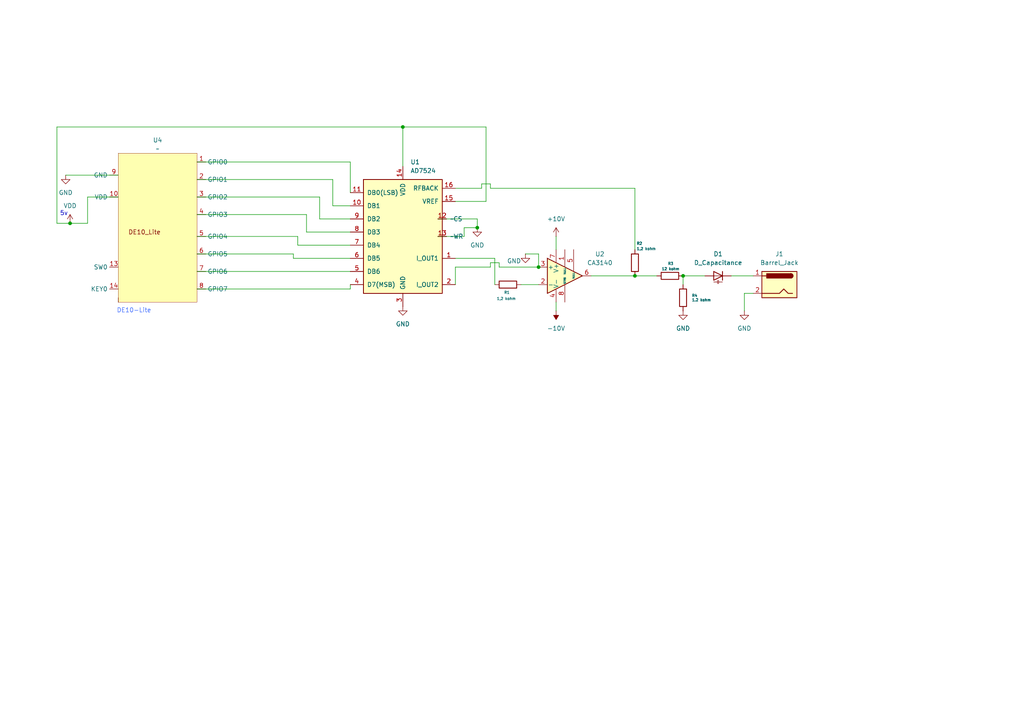
<source format=kicad_sch>
(kicad_sch (version 20231120) (generator "eeschema") (generator_version "8.0")
  (paper "A4")
  (title_block (title "Project Drummer") (date "2024-12-19") (rev "1") (company "LiU"))
  (lib_symbols
    (symbol "Amplifier_Operational:CA3140" (pin_names (offset 0.127))
      (property "Reference" "U" (at 6.35 5.08 0))
      (property "Value" "CA3140" (at 6.35 2.54 0))
      (symbol "CA3140_0_1"
        (polyline (pts (xy -5.08 5.08) (xy 5.08 0) (xy -5.08 -5.08) (xy -5.08 5.08)) (stroke (width 0.254)) (fill (type background)))
      )
      (symbol "CA3140_1_1"
        (pin passive line (at 0 7.62 270) (length 5.08) (name "NULL") (number "1"))
        (pin input line (at -7.62 -2.54 0) (length 2.54) (name "-") (number "2"))
        (pin input line (at -7.62 2.54 0) (length 2.54) (name "+") (number "3"))
        (pin power_in line (at -2.54 -7.62 90) (length 3.81) (name "V-") (number "4"))
        (pin passive line (at 2.54 7.62 270) (length 6.35) (name "NULL") (number "5"))
        (pin output line (at 7.62 0 180) (length 2.54) (name "~") (number "6"))
        (pin power_in line (at -2.54 7.62 270) (length 3.81) (name "V+") (number "7"))
        (pin passive line (at 0 -7.62 90) (length 5.08) (name "STRB") (number "8"))
      )
    )
    (symbol "Analog_DAC:AD7524" (pin_names (offset 1.016))
      (property "Reference" "U" (at -11.43 17.78 0))
      (property "Value" "AD7524" (at 3.81 17.78 0))
      (symbol "AD7524_0_1"
        (rectangle (start -11.43 16.51) (end 11.43 -16.51) (stroke (width 0.254)) (fill (type background)))
      )
      (symbol "AD7524_1_0"
        (pin input line (at 10.16 5.08 0) (length 2.54) (name "~CS") (number "12"))
        (pin input line (at 10.16 0 0) (length 2.54) (name "~WR") (number "13"))
      )
      (symbol "AD7524_1_1"
        (pin passive line (at 15.24 -6.35 180) (length 3.81) (name "I_OUT1") (number "1"))
        (pin input line (at -15.24 8.89 0) (length 3.81) (name "DB1") (number "10"))
        (pin input line (at -15.24 12.7 0) (length 3.81) (name "DB0(LSB)") (number "11"))
        (pin power_in line (at 0 20.32 270) (length 3.81) (name "VDD") (number "14"))
        (pin passive line (at 15.24 10.16 180) (length 3.81) (name "VREF") (number "15"))
        (pin passive line (at 15.24 13.97 180) (length 3.81) (name "RFBACK") (number "16"))
        (pin passive line (at 15.24 -13.97 180) (length 3.81) (name "I_OUT2") (number "2"))
        (pin power_in line (at 0 -20.32 90) (length 3.81) (name "GND") (number "3"))
        (pin input line (at -15.24 -13.97 0) (length 3.81) (name "D7(MSB)") (number "4"))
        (pin input line (at -15.24 -10.16 0) (length 3.81) (name "DB6") (number "5"))
        (pin input line (at -15.24 -6.35 0) (length 3.81) (name "DB5") (number "6"))
        (pin input line (at -15.24 -2.54 0) (length 3.81) (name "DB4") (number "7"))
        (pin input line (at -15.24 1.27 0) (length 3.81) (name "DB3") (number "8"))
        (pin input line (at -15.24 5.08 0) (length 3.81) (name "DB2") (number "9"))
      )
    )
    (symbol "Connector:Barrel_Jack" (pin_names (offset 1.016))
      (property "Reference" "J" (at 0 5.334 0))
      (property "Value" "Barrel_Jack" (at 0 -5.08 0))
      (symbol "Barrel_Jack_0_1"
        (rectangle (start -5.08 3.81) (end 5.08 -3.81) (stroke (width 0.254)) (fill (type background)))
        (arc (start -3.302 3.175) (mid -3.9343 2.54) (end -3.302 1.905) (stroke (width 0.254)))
        (arc (start -3.302 3.175) (mid -3.9343 2.54) (end -3.302 1.905) (stroke (width 0.254)) (fill (type outline)))
        (polyline (pts (xy 5.08 2.54) (xy 3.81 2.54)) (stroke (width 0.254)))
        (polyline (pts (xy -3.81 -2.54) (xy -2.54 -2.54) (xy -1.27 -1.27) (xy 0 -2.54) (xy 2.54 -2.54) (xy 5.08 -2.54)) (stroke (width 0.254)))
        (rectangle (start 3.683 3.175) (end -3.302 1.905) (stroke (width 0.254)) (fill (type outline)))
      )
      (symbol "Barrel_Jack_1_1"
        (pin passive line (at 7.62 2.54 180) (length 2.54) (name "~") (number "1"))
        (pin passive line (at 7.62 -2.54 180) (length 2.54) (name "~") (number "2"))
      )
    )
    (symbol "DE10-Lite_1"
      (property "Reference" "U" (at -36.322 16.51 0))
      (symbol "DE10-Lite_1_0_0"
        (pin output line (at -13.97 12.7 0) (length 2.54) (name "GPIO0") (number "1"))
        (pin output line (at -13.97 7.62 0) (length 2.54) (name "GPIO1") (number "2"))
        (pin output line (at -13.97 2.54 0) (length 2.54) (name "GPIO2") (number "3"))
        (pin output line (at -13.97 -2.54 0) (length 2.54) (name "GPIO3") (number "4"))
        (pin output line (at -13.97 -8.89 0) (length 2.54) (name "GPIO4") (number "5"))
        (pin output line (at -13.97 -13.97 0) (length 2.54) (name "GPIO5") (number "6"))
        (pin output line (at -13.97 -19.05 0) (length 2.54) (name "GPIO6") (number "7"))
        (pin output line (at -13.97 -24.13 0) (length 2.54) (name "GPIO7") (number "8"))
      )
      (symbol "DE10-Lite_1_1_0"
        (pin power_in line (at -36.83 2.54 180) (length 2.54) (name "VDD") (number "10"))
        (pin input line (at -36.83 -17.78 180) (length 2.54) (name "SW0") (number "13"))
        (pin input line (at -36.83 -24.13 180) (length 2.54) (name "KEY0") (number "14"))
        (pin power_in line (at -36.83 8.89 180) (length 2.54) (name "GND") (number "9"))
      )
      (symbol "DE10-Lite_1_1_1"
        (rectangle (start -36.83 -27.94) (end -36.83 -27.94) (stroke (width 0.0254) (color 0 0 0 1)) (fill (type color) (color 255 253 155 1)))
        (rectangle (start -36.83 -27.94) (end -36.83 -26.67))
        (rectangle (start -36.83 15.24) (end -13.97 -27.94) (stroke (width 0.0254)) (fill (type color) (color 254 255 177 1)))
        (text "DE10-Lite" (at -32.258 -30.226 0) (effects (font (size 1.27 1.27))))
        (text "DE10_Lite" (at -29.21 -7.62 0) (effects (font (size 1.27 1.27))))
      )
    )
    (symbol "Device:D_Capacitance" (pin_numbers hide) (pin_names (offset 1.016) hide)
      (property "Reference" "D" (at 0 2.54 0))
      (property "Value" "D_Capacitance" (at 0 -3.302 0))
      (symbol "D_Capacitance_0_1"
        (polyline (pts (xy -1.27 -1.778) (xy -0.1524 -1.778)))
        (polyline (pts (xy -1.27 0) (xy 1.27 0)))
        (polyline (pts (xy -1.27 1.27) (xy -1.27 -1.27)) (stroke (width 0.254)))
        (polyline (pts (xy -0.1524 -1.27) (xy -0.1524 -2.286)))
        (polyline (pts (xy 0.1524 -1.778) (xy 1.27 -1.778)))
        (polyline (pts (xy 0.1524 -1.27) (xy 0.1524 -2.286)))
        (polyline (pts (xy 1.27 1.27) (xy 1.27 -1.27) (xy -1.27 0) (xy 1.27 1.27)) (stroke (width 0.254)))
      )
      (symbol "D_Capacitance_1_1"
        (pin passive line (at -3.81 0 0) (length 2.54) (name "K") (number "1"))
        (pin passive line (at 3.81 0 180) (length 2.54) (name "A") (number "2"))
      )
    )
    (symbol "Device:R" (pin_numbers hide) (pin_names (offset 0))
      (property "Reference" "R" (at 2.032 0 90))
      (property "Value" "R" (at 0 0 90))
      (symbol "R_0_1"
        (rectangle (start -1.016 -2.54) (end 1.016 2.54) (stroke (width 0.254)))
      )
      (symbol "R_1_1"
        (pin passive line (at 0 3.81 270) (length 1.27) (name "~") (number "1"))
        (pin passive line (at 0 -3.81 90) (length 1.27) (name "~") (number "2"))
      )
    )
    (symbol "power:+10V" (power) (pin_numbers hide) (pin_names (offset 0) hide)
      (property "Value" "+10V" (at 0 3.556 0))
      (symbol "+10V_0_1"
        (polyline (pts (xy -0.762 1.27) (xy 0 2.54)))
        (polyline (pts (xy 0 0) (xy 0 2.54)))
        (polyline (pts (xy 0 2.54) (xy 0.762 1.27)))
      )
      (symbol "+10V_1_1"
        (pin power_in line (at 0 0 90) (length 0) (name "~") (number "1"))
      )
    )
    (symbol "power:-10V" (power) (pin_numbers hide) (pin_names (offset 0) hide)
      (property "Value" "-10V" (at 0 3.556 0))
      (symbol "-10V_0_0"
        (pin power_in line (at 0 0 90) (length 0) (name "~") (number "1"))
      )
      (symbol "-10V_0_1"
        (polyline (pts (xy 0 0) (xy 0 1.27) (xy 0.762 1.27) (xy 0 2.54) (xy -0.762 1.27) (xy 0 1.27)) (fill (type outline)))
      )
    )
    (symbol "power:GND" (power) (pin_numbers hide) (pin_names (offset 0) hide)
      (property "Value" "GND" (at 0 -3.81 0))
      (symbol "GND_0_1"
        (polyline (pts (xy 0 0) (xy 0 -1.27) (xy 1.27 -1.27) (xy 0 -2.54) (xy -1.27 -1.27) (xy 0 -1.27)))
      )
      (symbol "GND_1_1"
        (pin power_in line (at 0 0 270) (length 0) (name "~") (number "1"))
      )
    )
    (symbol "power:VDD" (power) (pin_numbers hide) (pin_names (offset 0) hide)
      (property "Value" "VDD" (at 0 3.556 0))
      (symbol "VDD_0_1"
        (polyline (pts (xy -0.762 1.27) (xy 0 2.54)))
        (polyline (pts (xy 0 0) (xy 0 2.54)))
        (polyline (pts (xy 0 2.54) (xy 0.762 1.27)))
      )
      (symbol "VDD_1_1"
        (pin power_in line (at 0 0 90) (length 0) (name "~") (number "1"))
      )
    )
  )
  (junction (at 156.21 77.47))
  (junction (at 138.43 66.04))
  (junction (at 198.12 80.01))
  (junction (at 116.84 36.83))
  (junction (at 184.15 80.01))
  (junction (at 20.32 64.77))
  (wire (pts (xy 151.13 82.55) (xy 156.21 82.55)))
  (wire (pts (xy 143.51 74.93) (xy 143.51 82.55)))
  (wire (pts (xy 96.52 52.07) (xy 96.52 59.69)))
  (wire (pts (xy 101.6 83.82) (xy 101.6 82.55)))
  (wire (pts (xy 88.9 62.23) (xy 88.9 67.31)))
  (wire (pts (xy 144.78 76.2) (xy 144.78 77.47)))
  (wire (pts (xy 57.15 78.74) (xy 101.6 78.74)))
  (wire (pts (xy 86.36 71.12) (xy 101.6 71.12)))
  (wire (pts (xy 88.9 67.31) (xy 101.6 67.31)))
  (wire (pts (xy 127 63.5) (xy 138.43 63.5)))
  (wire (pts (xy 140.97 58.42) (xy 140.97 36.83)))
  (wire (pts (xy 57.15 46.99) (xy 101.6 46.99)))
  (wire (pts (xy 96.52 59.69) (xy 101.6 59.69)))
  (wire (pts (xy 139.7 54.61) (xy 139.7 53.34)))
  (wire (pts (xy 57.15 62.23) (xy 88.9 62.23)))
  (wire (pts (xy 198.12 80.01) (xy 204.47 80.01)))
  (wire (pts (xy 161.29 68.58) (xy 161.29 72.39)))
  (wire (pts (xy 142.24 53.34) (xy 142.24 54.61)))
  (wire (pts (xy 139.7 53.34) (xy 142.24 53.34)))
  (wire (pts (xy 156.21 77.47) (xy 156.21 73.66)))
  (wire (pts (xy 57.15 57.15) (xy 92.71 57.15)))
  (wire (pts (xy 101.6 46.99) (xy 101.6 55.88)))
  (wire (pts (xy 25.4 57.15) (xy 25.4 64.77)))
  (wire (pts (xy 134.62 66.04) (xy 138.43 66.04)))
  (wire (pts (xy 212.09 80.01) (xy 218.44 80.01)))
  (wire (pts (xy 184.15 54.61) (xy 184.15 72.39)))
  (wire (pts (xy 116.84 36.83) (xy 116.84 48.26)))
  (wire (pts (xy 86.36 68.58) (xy 86.36 71.12)))
  (wire (pts (xy 85.09 74.93) (xy 101.6 74.93)))
  (wire (pts (xy 57.15 73.66) (xy 85.09 73.66)))
  (wire (pts (xy 184.15 80.01) (xy 190.5 80.01)))
  (wire (pts (xy 132.08 58.42) (xy 140.97 58.42)))
  (wire (pts (xy 25.4 64.77) (xy 20.32 64.77)))
  (wire (pts (xy 144.78 77.47) (xy 156.21 77.47)))
  (wire (pts (xy 132.08 82.55) (xy 132.08 77.47)))
  (wire (pts (xy 134.62 68.58) (xy 134.62 66.04)))
  (wire (pts (xy 92.71 57.15) (xy 92.71 63.5)))
  (wire (pts (xy 138.43 63.5) (xy 138.43 66.04)))
  (wire (pts (xy 92.71 63.5) (xy 101.6 63.5)))
  (wire (pts (xy 116.84 36.83) (xy 16.51 36.83)))
  (wire (pts (xy 16.51 36.83) (xy 16.51 64.77)))
  (wire (pts (xy 198.12 80.01) (xy 198.12 82.55)))
  (wire (pts (xy 142.24 76.2) (xy 144.78 76.2)))
  (wire (pts (xy 218.44 85.09) (xy 215.9 85.09)))
  (wire (pts (xy 16.51 64.77) (xy 20.32 64.77)))
  (wire (pts (xy 215.9 85.09) (xy 215.9 90.17)))
  (wire (pts (xy 142.24 77.47) (xy 142.24 76.2)))
  (wire (pts (xy 34.29 57.15) (xy 25.4 57.15)))
  (wire (pts (xy 132.08 54.61) (xy 139.7 54.61)))
  (wire (pts (xy 161.29 87.63) (xy 161.29 90.17)))
  (wire (pts (xy 171.45 80.01) (xy 184.15 80.01)))
  (wire (pts (xy 57.15 68.58) (xy 86.36 68.58)))
  (wire (pts (xy 127 68.58) (xy 134.62 68.58)))
  (wire (pts (xy 140.97 36.83) (xy 116.84 36.83)))
  (wire (pts (xy 57.15 83.82) (xy 101.6 83.82)))
  (wire (pts (xy 85.09 73.66) (xy 85.09 74.93)))
  (wire (pts (xy 132.08 74.93) (xy 143.51 74.93)))
  (wire (pts (xy 142.24 54.61) (xy 184.15 54.61)))
  (wire (pts (xy 57.15 52.07) (xy 96.52 52.07)))
  (wire (pts (xy 132.08 77.47) (xy 142.24 77.47)))
  (wire (pts (xy 19.05 50.8) (xy 34.29 50.8)))
  (wire (pts (xy 152.4 73.66) (xy 156.21 73.66)))
  (text "5v" (at 18.542 61.976 0) (effects (font (size 1.27 1.27))))
  (symbol (lib_id "power:-10V") (at 161.29 90.17 0) (mirror x) (unit 1)
    (property "Reference" "#PWR06" (effects (hide yes)))
    (property "Value" "-10V" (at 161.29 95.25 0))
    (property "Description" "Power symbol creates a global label with name \"-10V\"" (effects (hide yes)))
  )
  (symbol (lib_id "power:GND") (at 138.43 66.04 0) (unit 1)
    (property "Reference" "#PWR04" (effects (hide yes)))
    (property "Value" "GND" (at 138.43 71.12 0))
    (property "Description" "Power symbol creates a global label with name \"GND\" , ground" (effects (hide yes)))
  )
  (symbol (lib_id "Connector:Barrel_Jack") (at 226.06 82.55 0) (mirror y) (unit 1)
    (property "Reference" "J1" (at 226.06 73.66 0))
    (property "Value" "Barrel_Jack" (at 226.06 76.2 0))
    (property "Description" "DC Barrel Jack" (effects (hide yes)))
  )
  (symbol (lib_id "Device:R") (at 184.15 76.2 0) (unit 1)
    (property "Reference" "R2" (at 184.658 70.612 0) (effects (font (size 0.762 0.762)) (justify left)))
    (property "Value" "1,2 kohm" (at 184.658 72.136 0) (effects (font (size 0.762 0.762)) (justify left)))
    (property "Description" "Resistor" (effects (hide yes)))
  )
  (symbol (lib_id "power:GND") (at 19.05 50.8 0) (unit 1)
    (property "Reference" "#PWR02" (effects (hide yes)))
    (property "Value" "GND" (at 19.05 55.88 0))
    (property "Description" "Power symbol creates a global label with name \"GND\" , ground" (effects (hide yes)))
  )
  (symbol (lib_id "Device:R") (at 147.32 82.55 90) (unit 1)
    (property "Reference" "R1" (at 147.828 84.836 90) (effects (font (size 0.762 0.762)) (justify left)))
    (property "Value" "1,2 kohm" (at 149.606 86.614 90) (effects (font (size 0.762 0.762)) (justify left)))
    (property "Description" "Resistor" (effects (hide yes)))
  )
  (symbol (lib_id "power:GND") (at 198.12 90.17 0) (unit 1)
    (property "Reference" "#PWR08" (effects (hide yes)))
    (property "Value" "GND" (at 198.12 95.25 0))
    (property "Description" "Power symbol creates a global label with name \"GND\" , ground" (effects (hide yes)))
  )
  (symbol (lib_id "power:GND") (at 116.84 88.9 0) (unit 1)
    (property "Reference" "#PWR01" (effects (hide yes)))
    (property "Value" "GND" (at 116.84 93.98 0))
    (property "Description" "Power symbol creates a global label with name \"GND\" , ground" (effects (hide yes)))
  )
  (symbol (lib_id "Amplifier_Operational:CA3140") (at 163.83 80.01 0) (unit 1)
    (property "Reference" "U2" (at 173.99 73.6914 0))
    (property "Value" "CA3140" (at 173.99 76.2314 0))
    (property "Datasheet" "http://www.intersil.com/content/dam/intersil/documents/ca31/ca3140-a.pdf" (effects (hide yes)))
    (property "Description" "4.5MHz, BiMOS Operational Amplifier with MOSFET Input/Bipolar Output, DIP-8/SOIC-8" (effects (hide yes)))
  )
  (symbol (lib_id "power:VDD") (at 20.32 64.77 0) (unit 1)
    (property "Reference" "#PWR03" (effects (hide yes)))
    (property "Value" "VDD" (at 20.32 59.69 0))
    (property "Description" "Power symbol creates a global label with name \"VDD\"" (effects (hide yes)))
  )
  (symbol (lib_id "Device:D_Capacitance") (at 208.28 80.01 0) (mirror y) (unit 1)
    (property "Reference" "D1" (at 208.28 73.66 0))
    (property "Value" "D_Capacitance" (at 208.28 76.2 0))
    (property "Description" "Variable capacitance diode" (effects (hide yes)))
  )
  (symbol (lib_id "Device:R") (at 194.31 80.01 90) (unit 1)
    (property "Reference" "R3" (at 195.326 76.454 90) (effects (font (size 0.762 0.762)) (justify left)))
    (property "Value" "12 kohm" (at 197.104 77.978 90) (effects (font (size 0.762 0.762)) (justify left)))
    (property "Description" "Resistor" (effects (hide yes)))
  )
  (symbol (lib_id "power:+10V") (at 161.29 68.58 0) (unit 1)
    (property "Reference" "#PWR05" (effects (hide yes)))
    (property "Value" "+10V" (at 161.29 63.5 0))
    (property "Description" "Power symbol creates a global label with name \"+10V\"" (effects (hide yes)))
  )
  (symbol (lib_name "DE10-Lite_1") (lib_id "Logic_Programmable:DE10-Lite") (at 71.12 59.69 0) (unit 1)
    (property "Reference" "U4" (at 45.72 40.64 0))
    (property "Value" "~" (at 45.72 43.18 0))
  )
  (symbol (lib_id "Analog_DAC:AD7524") (at 116.84 68.58 0) (unit 1)
    (property "Reference" "U1" (at 119.0341 46.99 0) (effects (justify left)))
    (property "Value" "AD7524" (at 119.0341 49.53 0) (effects (justify left)))
    (property "Description" "8bit DAC, 1 Channel, PLCC-20" (effects (hide yes)))
  )
  (symbol (lib_id "power:GND") (at 152.4 73.66 0) (unit 1)
    (property "Reference" "#PWR07" (effects (hide yes)))
    (property "Value" "GND" (at 149.098 75.692 0))
    (property "Description" "Power symbol creates a global label with name \"GND\" , ground" (effects (hide yes)))
  )
  (symbol (lib_id "power:GND") (at 215.9 90.17 0) (unit 1)
    (property "Reference" "#PWR09" (effects (hide yes)))
    (property "Value" "GND" (at 215.9 95.25 0))
    (property "Description" "Power symbol creates a global label with name \"GND\" , ground" (effects (hide yes)))
  )
  (symbol (lib_id "Device:R") (at 198.12 86.36 0) (unit 1)
    (property "Reference" "R4" (at 200.66 85.725 0) (effects (font (size 0.762 0.762)) (justify left)))
    (property "Value" "1.2 kohm" (at 200.66 86.995 0) (effects (font (size 0.762 0.762)) (justify left)))
    (property "Description" "Resistor" (effects (hide yes)))
  )
)
</source>
